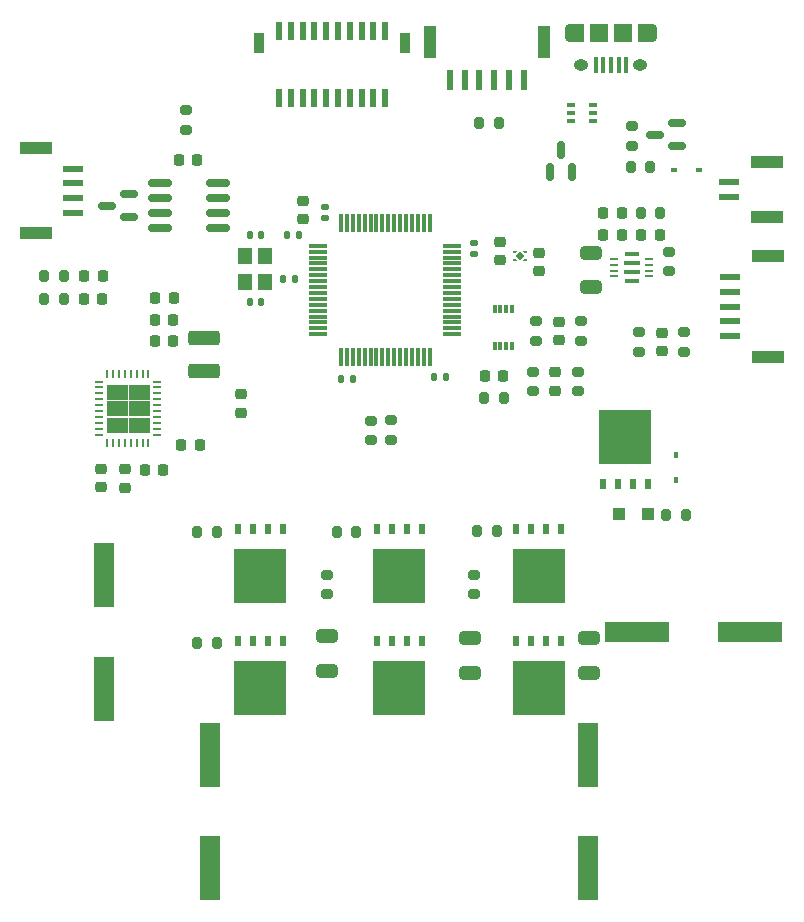
<source format=gtp>
G04 #@! TF.GenerationSoftware,KiCad,Pcbnew,(6.0.2)*
G04 #@! TF.CreationDate,2022-07-28T14:34:32+02:00*
G04 #@! TF.ProjectId,progetto_motor_controller,70726f67-6574-4746-9f5f-6d6f746f725f,rev?*
G04 #@! TF.SameCoordinates,Original*
G04 #@! TF.FileFunction,Paste,Top*
G04 #@! TF.FilePolarity,Positive*
%FSLAX46Y46*%
G04 Gerber Fmt 4.6, Leading zero omitted, Abs format (unit mm)*
G04 Created by KiCad (PCBNEW (6.0.2)) date 2022-07-28 14:34:32*
%MOMM*%
%LPD*%
G01*
G04 APERTURE LIST*
G04 Aperture macros list*
%AMRoundRect*
0 Rectangle with rounded corners*
0 $1 Rounding radius*
0 $2 $3 $4 $5 $6 $7 $8 $9 X,Y pos of 4 corners*
0 Add a 4 corners polygon primitive as box body*
4,1,4,$2,$3,$4,$5,$6,$7,$8,$9,$2,$3,0*
0 Add four circle primitives for the rounded corners*
1,1,$1+$1,$2,$3*
1,1,$1+$1,$4,$5*
1,1,$1+$1,$6,$7*
1,1,$1+$1,$8,$9*
0 Add four rect primitives between the rounded corners*
20,1,$1+$1,$2,$3,$4,$5,0*
20,1,$1+$1,$4,$5,$6,$7,0*
20,1,$1+$1,$6,$7,$8,$9,0*
20,1,$1+$1,$8,$9,$2,$3,0*%
%AMRotRect*
0 Rectangle, with rotation*
0 The origin of the aperture is its center*
0 $1 length*
0 $2 width*
0 $3 Rotation angle, in degrees counterclockwise*
0 Add horizontal line*
21,1,$1,$2,0,0,$3*%
%AMFreePoly0*
4,1,6,0.270000,0.070500,0.090000,-0.105000,-0.090000,-0.105000,-0.090000,0.105000,0.270000,0.105000,0.270000,0.070500,0.270000,0.070500,$1*%
%AMFreePoly1*
4,1,6,0.090000,-0.105000,-0.090000,-0.105000,-0.270000,0.070500,-0.270000,0.105000,0.090000,0.105000,0.090000,-0.105000,0.090000,-0.105000,$1*%
G04 Aperture macros list end*
%ADD10C,0.100000*%
%ADD11RoundRect,0.200000X0.275000X-0.200000X0.275000X0.200000X-0.275000X0.200000X-0.275000X-0.200000X0*%
%ADD12RoundRect,0.218750X-0.218750X-0.256250X0.218750X-0.256250X0.218750X0.256250X-0.218750X0.256250X0*%
%ADD13R,1.796999X5.403799*%
%ADD14O,1.250000X0.950000*%
%ADD15O,0.890000X1.550000*%
%ADD16R,0.400000X1.350000*%
%ADD17R,1.200000X1.550000*%
%ADD18R,1.500000X1.550000*%
%ADD19RoundRect,0.200000X0.200000X0.275000X-0.200000X0.275000X-0.200000X-0.275000X0.200000X-0.275000X0*%
%ADD20R,1.000000X1.000000*%
%ADD21RoundRect,0.250000X0.650000X-0.325000X0.650000X0.325000X-0.650000X0.325000X-0.650000X-0.325000X0*%
%ADD22RoundRect,0.200000X-0.200000X-0.275000X0.200000X-0.275000X0.200000X0.275000X-0.200000X0.275000X0*%
%ADD23R,5.403799X1.796999*%
%ADD24RoundRect,0.140000X-0.140000X-0.170000X0.140000X-0.170000X0.140000X0.170000X-0.140000X0.170000X0*%
%ADD25R,0.600000X0.800000*%
%ADD26R,4.410000X4.550000*%
%ADD27R,0.500000X0.850000*%
%ADD28RoundRect,0.250000X-1.075000X0.375000X-1.075000X-0.375000X1.075000X-0.375000X1.075000X0.375000X0*%
%ADD29RoundRect,0.225000X-0.225000X-0.250000X0.225000X-0.250000X0.225000X0.250000X-0.225000X0.250000X0*%
%ADD30RoundRect,0.225000X0.250000X-0.225000X0.250000X0.225000X-0.250000X0.225000X-0.250000X-0.225000X0*%
%ADD31R,1.400000X0.390000*%
%ADD32R,0.700000X0.250000*%
%ADD33R,1.250000X0.390000*%
%ADD34RoundRect,0.225000X0.225000X0.250000X-0.225000X0.250000X-0.225000X-0.250000X0.225000X-0.250000X0*%
%ADD35R,0.300000X0.800000*%
%ADD36RoundRect,0.200000X-0.275000X0.200000X-0.275000X-0.200000X0.275000X-0.200000X0.275000X0.200000X0*%
%ADD37R,0.650000X0.400000*%
%ADD38RoundRect,0.140000X-0.170000X0.140000X-0.170000X-0.140000X0.170000X-0.140000X0.170000X0.140000X0*%
%ADD39R,0.600000X0.450000*%
%ADD40RoundRect,0.075000X-0.700000X-0.075000X0.700000X-0.075000X0.700000X0.075000X-0.700000X0.075000X0*%
%ADD41RoundRect,0.075000X-0.075000X-0.700000X0.075000X-0.700000X0.075000X0.700000X-0.075000X0.700000X0*%
%ADD42R,2.800000X1.000000*%
%ADD43R,1.800000X0.600000*%
%ADD44RoundRect,0.140000X0.170000X-0.140000X0.170000X0.140000X-0.170000X0.140000X-0.170000X-0.140000X0*%
%ADD45RoundRect,0.150000X0.587500X0.150000X-0.587500X0.150000X-0.587500X-0.150000X0.587500X-0.150000X0*%
%ADD46R,0.450000X0.600000*%
%ADD47RoundRect,0.150000X0.150000X-0.587500X0.150000X0.587500X-0.150000X0.587500X-0.150000X-0.587500X0*%
%ADD48RoundRect,0.140000X0.140000X0.170000X-0.140000X0.170000X-0.140000X-0.170000X0.140000X-0.170000X0*%
%ADD49R,0.850000X1.800000*%
%ADD50R,0.600000X1.600000*%
%ADD51RoundRect,0.225000X-0.250000X0.225000X-0.250000X-0.225000X0.250000X-0.225000X0.250000X0.225000X0*%
%ADD52R,1.000000X2.800000*%
%ADD53R,0.600000X1.800000*%
%ADD54R,1.200000X1.400000*%
%ADD55R,0.757199X0.254800*%
%ADD56R,0.254800X0.757199*%
%ADD57RoundRect,0.150000X0.825000X0.150000X-0.825000X0.150000X-0.825000X-0.150000X0.825000X-0.150000X0*%
%ADD58RoundRect,0.135000X0.135000X0.185000X-0.135000X0.185000X-0.135000X-0.185000X0.135000X-0.185000X0*%
%ADD59FreePoly0,0.000000*%
%ADD60FreePoly1,180.000000*%
%ADD61FreePoly0,180.000000*%
%ADD62FreePoly1,0.000000*%
%ADD63RotRect,0.480000X0.480000X45.000000*%
G04 APERTURE END LIST*
D10*
X92900000Y-110598500D02*
X92900000Y-109401500D01*
X92900000Y-109401500D02*
X91245800Y-109401500D01*
X91245800Y-109401500D02*
X91245800Y-110598500D01*
X91245800Y-110598500D02*
X92900000Y-110598500D01*
G36*
X92900000Y-110598500D02*
G01*
X91245800Y-110598500D01*
X91245800Y-109401500D01*
X92900000Y-109401500D01*
X92900000Y-110598500D01*
G37*
X92900000Y-110598500D02*
X91245800Y-110598500D01*
X91245800Y-109401500D01*
X92900000Y-109401500D01*
X92900000Y-110598500D01*
X94754200Y-109201500D02*
X94754200Y-108004500D01*
X94754200Y-108004500D02*
X93100000Y-108004500D01*
X93100000Y-108004500D02*
X93100000Y-109201500D01*
X93100000Y-109201500D02*
X94754200Y-109201500D01*
G36*
X94754200Y-109201500D02*
G01*
X93100000Y-109201500D01*
X93100000Y-108004500D01*
X94754200Y-108004500D01*
X94754200Y-109201500D01*
G37*
X94754200Y-109201500D02*
X93100000Y-109201500D01*
X93100000Y-108004500D01*
X94754200Y-108004500D01*
X94754200Y-109201500D01*
X92900000Y-109201500D02*
X92900000Y-108004500D01*
X92900000Y-108004500D02*
X91245800Y-108004500D01*
X91245800Y-108004500D02*
X91245800Y-109201500D01*
X91245800Y-109201500D02*
X92900000Y-109201500D01*
G36*
X92900000Y-109201500D02*
G01*
X91245800Y-109201500D01*
X91245800Y-108004500D01*
X92900000Y-108004500D01*
X92900000Y-109201500D01*
G37*
X92900000Y-109201500D02*
X91245800Y-109201500D01*
X91245800Y-108004500D01*
X92900000Y-108004500D01*
X92900000Y-109201500D01*
X94754200Y-110598500D02*
X94754200Y-109401500D01*
X94754200Y-109401500D02*
X93100000Y-109401500D01*
X93100000Y-109401500D02*
X93100000Y-110598500D01*
X93100000Y-110598500D02*
X94754200Y-110598500D01*
G36*
X94754200Y-110598500D02*
G01*
X93100000Y-110598500D01*
X93100000Y-109401500D01*
X94754200Y-109401500D01*
X94754200Y-110598500D01*
G37*
X94754200Y-110598500D02*
X93100000Y-110598500D01*
X93100000Y-109401500D01*
X94754200Y-109401500D01*
X94754200Y-110598500D01*
X92900000Y-111995500D02*
X92900000Y-110798500D01*
X92900000Y-110798500D02*
X91245800Y-110798500D01*
X91245800Y-110798500D02*
X91245800Y-111995500D01*
X91245800Y-111995500D02*
X92900000Y-111995500D01*
G36*
X92900000Y-111995500D02*
G01*
X91245800Y-111995500D01*
X91245800Y-110798500D01*
X92900000Y-110798500D01*
X92900000Y-111995500D01*
G37*
X92900000Y-111995500D02*
X91245800Y-111995500D01*
X91245800Y-110798500D01*
X92900000Y-110798500D01*
X92900000Y-111995500D01*
X94754200Y-111995500D02*
X94754200Y-110798500D01*
X94754200Y-110798500D02*
X93100000Y-110798500D01*
X93100000Y-110798500D02*
X93100000Y-111995500D01*
X93100000Y-111995500D02*
X94754200Y-111995500D01*
G36*
X94754200Y-111995500D02*
G01*
X93100000Y-111995500D01*
X93100000Y-110798500D01*
X94754200Y-110798500D01*
X94754200Y-111995500D01*
G37*
X94754200Y-111995500D02*
X93100000Y-111995500D01*
X93100000Y-110798500D01*
X94754200Y-110798500D01*
X94754200Y-111995500D01*
D11*
X127300000Y-108575000D03*
X127300000Y-106925000D03*
D12*
X89312500Y-98800000D03*
X90887500Y-98800000D03*
D13*
X91000000Y-133745800D03*
X91000000Y-124154200D03*
D11*
X113600000Y-112700000D03*
X113600000Y-111050000D03*
D14*
X136400000Y-80950000D03*
X131400000Y-80950000D03*
D15*
X130400000Y-78250000D03*
X137400000Y-78250000D03*
D16*
X135200000Y-80950000D03*
X134550000Y-80950000D03*
X133900000Y-80950000D03*
X133250000Y-80950000D03*
X132600000Y-80950000D03*
D17*
X131000000Y-78250000D03*
X136800000Y-78250000D03*
D18*
X132900000Y-78250000D03*
X134900000Y-78250000D03*
D19*
X100525000Y-120450000D03*
X98875000Y-120450000D03*
D20*
X137050000Y-119000000D03*
X134550000Y-119000000D03*
D21*
X132250000Y-99775000D03*
X132250000Y-96825000D03*
X122000000Y-132425000D03*
X122000000Y-129475000D03*
D22*
X136425000Y-93500000D03*
X138075000Y-93500000D03*
D23*
X145686200Y-128950000D03*
X136094600Y-128950000D03*
D24*
X103320000Y-95300000D03*
X104280000Y-95300000D03*
D11*
X127600000Y-104275000D03*
X127600000Y-102625000D03*
D25*
X129705000Y-135575000D03*
D26*
X127800000Y-133700000D03*
D25*
X127165000Y-135575000D03*
X125895000Y-135575000D03*
X128435000Y-135575000D03*
D27*
X125895000Y-129750000D03*
X129705000Y-129750000D03*
X128435000Y-129750000D03*
X127165000Y-129750000D03*
D28*
X99450000Y-104050000D03*
X99450000Y-106850000D03*
D29*
X97325000Y-88950000D03*
X98875000Y-88950000D03*
D30*
X107800000Y-93975000D03*
X107800000Y-92425000D03*
D25*
X116605000Y-126075000D03*
X117875000Y-126075000D03*
D26*
X115970000Y-124200000D03*
D25*
X114065000Y-126075000D03*
X115335000Y-126075000D03*
D27*
X114065000Y-120250000D03*
X116605000Y-120250000D03*
X115335000Y-120250000D03*
X117875000Y-120250000D03*
D11*
X109850000Y-125775000D03*
X109850000Y-124125000D03*
D31*
X135660000Y-97710000D03*
X135650000Y-98490000D03*
D32*
X137100000Y-98850000D03*
X137100000Y-98350000D03*
X137100000Y-97850000D03*
X137100000Y-97350000D03*
X134200000Y-97350000D03*
X134200000Y-97850000D03*
X134200000Y-98350000D03*
X134200000Y-98850000D03*
D33*
X135650000Y-99210000D03*
X135650000Y-96990000D03*
D25*
X127165000Y-126075000D03*
X125895000Y-126075000D03*
X128435000Y-126075000D03*
X129705000Y-126075000D03*
D26*
X127800000Y-124200000D03*
D27*
X125895000Y-120250000D03*
X127165000Y-120250000D03*
X129705000Y-120250000D03*
X128435000Y-120250000D03*
D34*
X96825000Y-102550000D03*
X95275000Y-102550000D03*
X96825000Y-104350000D03*
X95275000Y-104350000D03*
D35*
X124050000Y-104700000D03*
X124550000Y-104700000D03*
X125050000Y-104700000D03*
X125550000Y-104700000D03*
X125550000Y-101600000D03*
X125050000Y-101600000D03*
X124550000Y-101600000D03*
X124050000Y-101600000D03*
D36*
X135650000Y-86125000D03*
X135650000Y-87775000D03*
D37*
X132400000Y-85650000D03*
X132400000Y-85000000D03*
X132400000Y-84350000D03*
X130500000Y-84350000D03*
X130500000Y-85000000D03*
X130500000Y-85650000D03*
D34*
X134825000Y-95300000D03*
X133275000Y-95300000D03*
D38*
X122300000Y-96020000D03*
X122300000Y-96980000D03*
D19*
X124825000Y-109150000D03*
X123175000Y-109150000D03*
D25*
X102295000Y-135575000D03*
X103565000Y-135575000D03*
X106105000Y-135575000D03*
D26*
X104200000Y-133700000D03*
D25*
X104835000Y-135575000D03*
D27*
X102295000Y-129750000D03*
X103565000Y-129750000D03*
X104835000Y-129750000D03*
X106105000Y-129750000D03*
D11*
X97900000Y-86425000D03*
X97900000Y-84775000D03*
D39*
X141350000Y-89800000D03*
X139250000Y-89800000D03*
D40*
X109125000Y-96250000D03*
X109125000Y-96750000D03*
X109125000Y-97250000D03*
X109125000Y-97750000D03*
X109125000Y-98250000D03*
X109125000Y-98750000D03*
X109125000Y-99250000D03*
X109125000Y-99750000D03*
X109125000Y-100250000D03*
X109125000Y-100750000D03*
X109125000Y-101250000D03*
X109125000Y-101750000D03*
X109125000Y-102250000D03*
X109125000Y-102750000D03*
X109125000Y-103250000D03*
X109125000Y-103750000D03*
D41*
X111050000Y-105675000D03*
X111550000Y-105675000D03*
X112050000Y-105675000D03*
X112550000Y-105675000D03*
X113050000Y-105675000D03*
X113550000Y-105675000D03*
X114050000Y-105675000D03*
X114550000Y-105675000D03*
X115050000Y-105675000D03*
X115550000Y-105675000D03*
X116050000Y-105675000D03*
X116550000Y-105675000D03*
X117050000Y-105675000D03*
X117550000Y-105675000D03*
X118050000Y-105675000D03*
X118550000Y-105675000D03*
D40*
X120475000Y-103750000D03*
X120475000Y-103250000D03*
X120475000Y-102750000D03*
X120475000Y-102250000D03*
X120475000Y-101750000D03*
X120475000Y-101250000D03*
X120475000Y-100750000D03*
X120475000Y-100250000D03*
X120475000Y-99750000D03*
X120475000Y-99250000D03*
X120475000Y-98750000D03*
X120475000Y-98250000D03*
X120475000Y-97750000D03*
X120475000Y-97250000D03*
X120475000Y-96750000D03*
X120475000Y-96250000D03*
D41*
X118550000Y-94325000D03*
X118050000Y-94325000D03*
X117550000Y-94325000D03*
X117050000Y-94325000D03*
X116550000Y-94325000D03*
X116050000Y-94325000D03*
X115550000Y-94325000D03*
X115050000Y-94325000D03*
X114550000Y-94325000D03*
X114050000Y-94325000D03*
X113550000Y-94325000D03*
X113050000Y-94325000D03*
X112550000Y-94325000D03*
X112050000Y-94325000D03*
X111550000Y-94325000D03*
X111050000Y-94325000D03*
D42*
X147100000Y-93850000D03*
X147100000Y-89150000D03*
D43*
X143900000Y-92125000D03*
X143900000Y-90875000D03*
D34*
X96875000Y-100700000D03*
X95325000Y-100700000D03*
D30*
X129500000Y-104225000D03*
X129500000Y-102675000D03*
D19*
X87575000Y-98850000D03*
X85925000Y-98850000D03*
D44*
X109700000Y-93930000D03*
X109700000Y-92970000D03*
D30*
X138200000Y-105175000D03*
X138200000Y-103625000D03*
D45*
X139537500Y-87800000D03*
X139537500Y-85900000D03*
X137662500Y-86850000D03*
D29*
X123225000Y-107300000D03*
X124775000Y-107300000D03*
D42*
X85200000Y-88000000D03*
X85200000Y-95200000D03*
D43*
X88400000Y-89725000D03*
X88400000Y-90975000D03*
X88400000Y-92225000D03*
X88400000Y-93475000D03*
D46*
X139400000Y-116100000D03*
X139400000Y-114000000D03*
D47*
X128750000Y-89987500D03*
X130650000Y-89987500D03*
X129700000Y-88112500D03*
D19*
X124425000Y-85900000D03*
X122775000Y-85900000D03*
D48*
X104280000Y-101000000D03*
X103320000Y-101000000D03*
D13*
X132000000Y-139354200D03*
X132000000Y-148945800D03*
D29*
X136475000Y-95300000D03*
X138025000Y-95300000D03*
D49*
X116475000Y-79050000D03*
X104125000Y-79050000D03*
D50*
X114800000Y-83750000D03*
X114800000Y-78050000D03*
X113800000Y-83750000D03*
X113800000Y-78050000D03*
X112800000Y-83750000D03*
X112800000Y-78050000D03*
X111800000Y-83750000D03*
X111800000Y-78050000D03*
X110800000Y-83750000D03*
X110800000Y-78050000D03*
X109800000Y-83750000D03*
X109800000Y-78050000D03*
X108800000Y-83750000D03*
X108800000Y-78050000D03*
X107800000Y-83750000D03*
X107800000Y-78050000D03*
X106800000Y-83750000D03*
X106800000Y-78050000D03*
X105800000Y-83750000D03*
X105800000Y-78050000D03*
D51*
X127800000Y-96850000D03*
X127800000Y-98400000D03*
D36*
X138800000Y-96740000D03*
X138800000Y-98390000D03*
D52*
X118550000Y-79000000D03*
X128250000Y-79000000D03*
D53*
X126525000Y-82200000D03*
X125275000Y-82200000D03*
X124025000Y-82200000D03*
X122775000Y-82200000D03*
X121525000Y-82200000D03*
X120275000Y-82200000D03*
D21*
X132050000Y-132425000D03*
X132050000Y-129475000D03*
D34*
X95975000Y-115200000D03*
X94425000Y-115200000D03*
D51*
X92750000Y-115175000D03*
X92750000Y-116725000D03*
D48*
X107480000Y-95300000D03*
X106520000Y-95300000D03*
D26*
X115970000Y-133700000D03*
D25*
X116605000Y-135575000D03*
X117875000Y-135575000D03*
X115335000Y-135575000D03*
X114065000Y-135575000D03*
D27*
X114065000Y-129750000D03*
X115335000Y-129750000D03*
X116605000Y-129750000D03*
X117875000Y-129750000D03*
D19*
X124225000Y-120400000D03*
X122575000Y-120400000D03*
D30*
X102550000Y-110375000D03*
X102550000Y-108825000D03*
D54*
X102950000Y-97100000D03*
X102950000Y-99300000D03*
X104650000Y-99300000D03*
X104650000Y-97100000D03*
D36*
X115300000Y-111025000D03*
X115300000Y-112675000D03*
D55*
X95450000Y-112250002D03*
X95450000Y-111750000D03*
X95450000Y-111250001D03*
X95450000Y-110750002D03*
X95450000Y-110250001D03*
X95450000Y-109750001D03*
X95450000Y-109250000D03*
X95450000Y-108750001D03*
X95450000Y-108250002D03*
X95450000Y-107750000D03*
D56*
X94749999Y-107080000D03*
X94250000Y-107080000D03*
X93750001Y-107080000D03*
X93250000Y-107080000D03*
X92750000Y-107080000D03*
X92249999Y-107080000D03*
X91750000Y-107080000D03*
X91250001Y-107080000D03*
D55*
X90550000Y-107749999D03*
X90550000Y-108250001D03*
X90550000Y-108750000D03*
X90550000Y-109249999D03*
X90550000Y-109750000D03*
X90550000Y-110250000D03*
X90550000Y-110750001D03*
X90550000Y-111250000D03*
X90550000Y-111749999D03*
X90550000Y-112250001D03*
D56*
X91250001Y-112918600D03*
X91750000Y-112918600D03*
X92249999Y-112918600D03*
X92750000Y-112918600D03*
X93250000Y-112918600D03*
X93750001Y-112918600D03*
X94250000Y-112918600D03*
X94749999Y-112918600D03*
D25*
X102295000Y-126075000D03*
D26*
X104200000Y-124200000D03*
D25*
X103565000Y-126075000D03*
X106105000Y-126075000D03*
X104835000Y-126075000D03*
D27*
X102295000Y-120250000D03*
X104835000Y-120250000D03*
X106105000Y-120250000D03*
X103565000Y-120250000D03*
D51*
X90700000Y-115150000D03*
X90700000Y-116700000D03*
D42*
X147225000Y-97150000D03*
X147225000Y-105650000D03*
D43*
X144025000Y-103900000D03*
X144025000Y-102650000D03*
X144025000Y-101400000D03*
X144025000Y-100150000D03*
X144025000Y-98900000D03*
D51*
X129200000Y-106975000D03*
X129200000Y-108525000D03*
D26*
X135100000Y-112450000D03*
D25*
X134465000Y-110575000D03*
X133195000Y-110575000D03*
X137005000Y-110575000D03*
X135735000Y-110575000D03*
D27*
X137005000Y-116400000D03*
X134465000Y-116400000D03*
X133195000Y-116400000D03*
X135735000Y-116400000D03*
D21*
X109850000Y-132225000D03*
X109850000Y-129275000D03*
D57*
X100675000Y-94755000D03*
X100675000Y-93485000D03*
X100675000Y-92215000D03*
X100675000Y-90945000D03*
X95725000Y-90945000D03*
X95725000Y-92215000D03*
X95725000Y-93485000D03*
X95725000Y-94755000D03*
D34*
X134800000Y-93500000D03*
X133250000Y-93500000D03*
D11*
X122300000Y-125775000D03*
X122300000Y-124125000D03*
D36*
X131100000Y-106925000D03*
X131100000Y-108575000D03*
D34*
X99075000Y-113150000D03*
X97525000Y-113150000D03*
D58*
X107185000Y-99075000D03*
X106165000Y-99075000D03*
D11*
X140100000Y-105225000D03*
X140100000Y-103575000D03*
X131400000Y-104275000D03*
X131400000Y-102625000D03*
D19*
X87575000Y-100750000D03*
X85925000Y-100750000D03*
X140225000Y-119050000D03*
X138575000Y-119050000D03*
D48*
X119900000Y-107400000D03*
X118940000Y-107400000D03*
D45*
X93137500Y-93800000D03*
X93137500Y-91900000D03*
X91262500Y-92850000D03*
D51*
X124500000Y-95925000D03*
X124500000Y-97475000D03*
D48*
X112030000Y-107500000D03*
X111070000Y-107500000D03*
D12*
X89262500Y-100750000D03*
X90837500Y-100750000D03*
D19*
X137225000Y-89600000D03*
X135575000Y-89600000D03*
D13*
X100000000Y-139354200D03*
X100000000Y-148945800D03*
D19*
X112325000Y-120450000D03*
X110675000Y-120450000D03*
X100525000Y-129850000D03*
X98875000Y-129850000D03*
D11*
X136300000Y-105225000D03*
X136300000Y-103575000D03*
D59*
X125680000Y-96775000D03*
D60*
X125680000Y-97425000D03*
D61*
X126720000Y-97425000D03*
D62*
X126720000Y-96775000D03*
D63*
X126200000Y-97100000D03*
M02*

</source>
